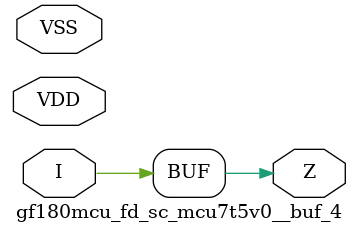
<source format=v>

module gf180mcu_fd_sc_mcu7t5v0__buf_4( I, Z, VDD, VSS );
input I;
inout VDD, VSS;
output Z;

	buf MGM_BG_0( Z, I );

endmodule

</source>
